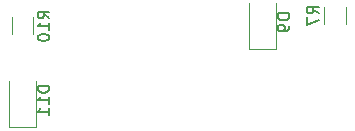
<source format=gbr>
%TF.GenerationSoftware,KiCad,Pcbnew,5.1.9*%
%TF.CreationDate,2021-04-08T17:50:56+05:30*%
%TF.ProjectId,protection,70726f74-6563-4746-996f-6e2e6b696361,rev?*%
%TF.SameCoordinates,Original*%
%TF.FileFunction,Legend,Bot*%
%TF.FilePolarity,Positive*%
%FSLAX46Y46*%
G04 Gerber Fmt 4.6, Leading zero omitted, Abs format (unit mm)*
G04 Created by KiCad (PCBNEW 5.1.9) date 2021-04-08 17:50:56*
%MOMM*%
%LPD*%
G01*
G04 APERTURE LIST*
%ADD10C,0.120000*%
%ADD11C,0.150000*%
G04 APERTURE END LIST*
D10*
%TO.C,D11*%
X189365000Y-115445000D02*
X189365000Y-111560000D01*
X191635000Y-115445000D02*
X189365000Y-115445000D01*
X191635000Y-111560000D02*
X191635000Y-115445000D01*
%TO.C,R10*%
X189590000Y-107599564D02*
X189590000Y-106145436D01*
X191410000Y-107599564D02*
X191410000Y-106145436D01*
%TO.C,R7*%
X217850000Y-105257376D02*
X217850000Y-106711504D01*
X216030000Y-105257376D02*
X216030000Y-106711504D01*
%TO.C,D9*%
X209685000Y-108835000D02*
X209685000Y-104950000D01*
X211955000Y-108835000D02*
X209685000Y-108835000D01*
X211955000Y-104950000D02*
X211955000Y-108835000D01*
%TO.C,D11*%
D11*
X192772380Y-111945714D02*
X191772380Y-111945714D01*
X191772380Y-112183809D01*
X191820000Y-112326666D01*
X191915238Y-112421904D01*
X192010476Y-112469523D01*
X192200952Y-112517142D01*
X192343809Y-112517142D01*
X192534285Y-112469523D01*
X192629523Y-112421904D01*
X192724761Y-112326666D01*
X192772380Y-112183809D01*
X192772380Y-111945714D01*
X192772380Y-113469523D02*
X192772380Y-112898095D01*
X192772380Y-113183809D02*
X191772380Y-113183809D01*
X191915238Y-113088571D01*
X192010476Y-112993333D01*
X192058095Y-112898095D01*
X192772380Y-114421904D02*
X192772380Y-113850476D01*
X192772380Y-114136190D02*
X191772380Y-114136190D01*
X191915238Y-114040952D01*
X192010476Y-113945714D01*
X192058095Y-113850476D01*
%TO.C,R10*%
X192772380Y-106229642D02*
X192296190Y-105896309D01*
X192772380Y-105658214D02*
X191772380Y-105658214D01*
X191772380Y-106039166D01*
X191820000Y-106134404D01*
X191867619Y-106182023D01*
X191962857Y-106229642D01*
X192105714Y-106229642D01*
X192200952Y-106182023D01*
X192248571Y-106134404D01*
X192296190Y-106039166D01*
X192296190Y-105658214D01*
X192772380Y-107182023D02*
X192772380Y-106610595D01*
X192772380Y-106896309D02*
X191772380Y-106896309D01*
X191915238Y-106801071D01*
X192010476Y-106705833D01*
X192058095Y-106610595D01*
X191772380Y-107801071D02*
X191772380Y-107896309D01*
X191820000Y-107991547D01*
X191867619Y-108039166D01*
X191962857Y-108086785D01*
X192153333Y-108134404D01*
X192391428Y-108134404D01*
X192581904Y-108086785D01*
X192677142Y-108039166D01*
X192724761Y-107991547D01*
X192772380Y-107896309D01*
X192772380Y-107801071D01*
X192724761Y-107705833D01*
X192677142Y-107658214D01*
X192581904Y-107610595D01*
X192391428Y-107562976D01*
X192153333Y-107562976D01*
X191962857Y-107610595D01*
X191867619Y-107658214D01*
X191820000Y-107705833D01*
X191772380Y-107801071D01*
%TO.C,R7*%
X215572380Y-105817773D02*
X215096190Y-105484440D01*
X215572380Y-105246344D02*
X214572380Y-105246344D01*
X214572380Y-105627297D01*
X214620000Y-105722535D01*
X214667619Y-105770154D01*
X214762857Y-105817773D01*
X214905714Y-105817773D01*
X215000952Y-105770154D01*
X215048571Y-105722535D01*
X215096190Y-105627297D01*
X215096190Y-105246344D01*
X214572380Y-106151106D02*
X214572380Y-106817773D01*
X215572380Y-106389201D01*
%TO.C,D9*%
X213092380Y-105811904D02*
X212092380Y-105811904D01*
X212092380Y-106050000D01*
X212140000Y-106192857D01*
X212235238Y-106288095D01*
X212330476Y-106335714D01*
X212520952Y-106383333D01*
X212663809Y-106383333D01*
X212854285Y-106335714D01*
X212949523Y-106288095D01*
X213044761Y-106192857D01*
X213092380Y-106050000D01*
X213092380Y-105811904D01*
X213092380Y-106859523D02*
X213092380Y-107050000D01*
X213044761Y-107145238D01*
X212997142Y-107192857D01*
X212854285Y-107288095D01*
X212663809Y-107335714D01*
X212282857Y-107335714D01*
X212187619Y-107288095D01*
X212140000Y-107240476D01*
X212092380Y-107145238D01*
X212092380Y-106954761D01*
X212140000Y-106859523D01*
X212187619Y-106811904D01*
X212282857Y-106764285D01*
X212520952Y-106764285D01*
X212616190Y-106811904D01*
X212663809Y-106859523D01*
X212711428Y-106954761D01*
X212711428Y-107145238D01*
X212663809Y-107240476D01*
X212616190Y-107288095D01*
X212520952Y-107335714D01*
%TD*%
M02*

</source>
